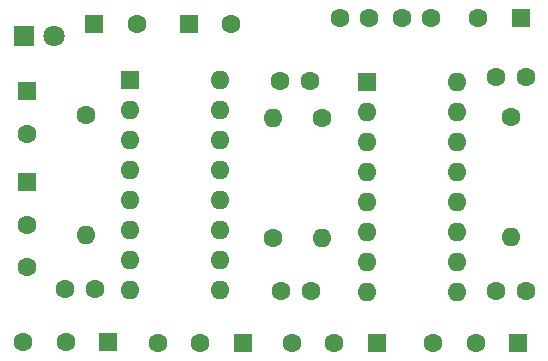
<source format=gts>
G04 #@! TF.GenerationSoftware,KiCad,Pcbnew,(6.0.2-0)*
G04 #@! TF.CreationDate,2024-11-08T08:50:19-05:00*
G04 #@! TF.ProjectId,Joy_of_Motion,4a6f795f-6f66-45f4-9d6f-74696f6e2e6b,rev?*
G04 #@! TF.SameCoordinates,Original*
G04 #@! TF.FileFunction,Soldermask,Top*
G04 #@! TF.FilePolarity,Negative*
%FSLAX46Y46*%
G04 Gerber Fmt 4.6, Leading zero omitted, Abs format (unit mm)*
G04 Created by KiCad (PCBNEW (6.0.2-0)) date 2024-11-08 08:50:19*
%MOMM*%
%LPD*%
G01*
G04 APERTURE LIST*
G04 Aperture macros list*
%AMRoundRect*
0 Rectangle with rounded corners*
0 $1 Rounding radius*
0 $2 $3 $4 $5 $6 $7 $8 $9 X,Y pos of 4 corners*
0 Add a 4 corners polygon primitive as box body*
4,1,4,$2,$3,$4,$5,$6,$7,$8,$9,$2,$3,0*
0 Add four circle primitives for the rounded corners*
1,1,$1+$1,$2,$3*
1,1,$1+$1,$4,$5*
1,1,$1+$1,$6,$7*
1,1,$1+$1,$8,$9*
0 Add four rect primitives between the rounded corners*
20,1,$1+$1,$2,$3,$4,$5,0*
20,1,$1+$1,$4,$5,$6,$7,0*
20,1,$1+$1,$6,$7,$8,$9,0*
20,1,$1+$1,$8,$9,$2,$3,0*%
G04 Aperture macros list end*
%ADD10RoundRect,0.250000X-0.550000X0.550000X-0.550000X-0.550000X0.550000X-0.550000X0.550000X0.550000X0*%
%ADD11C,1.600000*%
%ADD12O,1.600000X1.600000*%
%ADD13RoundRect,0.250000X0.550000X0.550000X-0.550000X0.550000X-0.550000X-0.550000X0.550000X-0.550000X0*%
%ADD14R,1.600000X1.600000*%
%ADD15RoundRect,0.250000X-0.550000X-0.550000X0.550000X-0.550000X0.550000X0.550000X-0.550000X0.550000X0*%
%ADD16R,1.800000X1.800000*%
%ADD17C,1.800000*%
G04 APERTURE END LIST*
D10*
X86500000Y-56900000D03*
D11*
X86500000Y-60500000D03*
X86500000Y-64100000D03*
X110425854Y-48381619D03*
X107925854Y-48381619D03*
X91492552Y-51247901D03*
D12*
X91492552Y-61407901D03*
D11*
X108013227Y-66127946D03*
X110513227Y-66127946D03*
D13*
X128300000Y-43000000D03*
D11*
X124700000Y-43000000D03*
X89750000Y-66000000D03*
X92250000Y-66000000D03*
X126250000Y-66131476D03*
X128750000Y-66131476D03*
D13*
X93385216Y-70427824D03*
D11*
X89785216Y-70427824D03*
X86185216Y-70427824D03*
X113000000Y-43000000D03*
X115500000Y-43000000D03*
D14*
X115249523Y-48398835D03*
D12*
X115249523Y-50938835D03*
X115249523Y-53478835D03*
X115249523Y-56018835D03*
X115249523Y-58558835D03*
X115249523Y-61098835D03*
X115249523Y-63638835D03*
X115249523Y-66178835D03*
X122869523Y-66178835D03*
X122869523Y-63638835D03*
X122869523Y-61098835D03*
X122869523Y-58558835D03*
X122869523Y-56018835D03*
X122869523Y-53478835D03*
X122869523Y-50938835D03*
X122869523Y-48398835D03*
D15*
X92200000Y-43500000D03*
D11*
X95800000Y-43500000D03*
D15*
X100200000Y-43500000D03*
D11*
X103800000Y-43500000D03*
D13*
X128100000Y-70500000D03*
D11*
X124500000Y-70500000D03*
X120900000Y-70500000D03*
D13*
X104766710Y-70500000D03*
D11*
X101166710Y-70500000D03*
X97566710Y-70500000D03*
X118250000Y-43000000D03*
X120750000Y-43000000D03*
X111500000Y-51500000D03*
D12*
X111500000Y-61660000D03*
D10*
X86500000Y-49200000D03*
D11*
X86500000Y-52800000D03*
X127500000Y-51420000D03*
D12*
X127500000Y-61580000D03*
D14*
X95200000Y-48224469D03*
D12*
X95200000Y-50764469D03*
X95200000Y-53304469D03*
X95200000Y-55844469D03*
X95200000Y-58384469D03*
X95200000Y-60924469D03*
X95200000Y-63464469D03*
X95200000Y-66004469D03*
X102820000Y-66004469D03*
X102820000Y-63464469D03*
X102820000Y-60924469D03*
X102820000Y-58384469D03*
X102820000Y-55844469D03*
X102820000Y-53304469D03*
X102820000Y-50764469D03*
X102820000Y-48224469D03*
D11*
X126250000Y-48000000D03*
X128750000Y-48000000D03*
D16*
X86225000Y-44500000D03*
D17*
X88765000Y-44500000D03*
D13*
X116099485Y-70525378D03*
D11*
X112499485Y-70525378D03*
X108899485Y-70525378D03*
D12*
X107324339Y-51518326D03*
D11*
X107324339Y-61678326D03*
M02*

</source>
